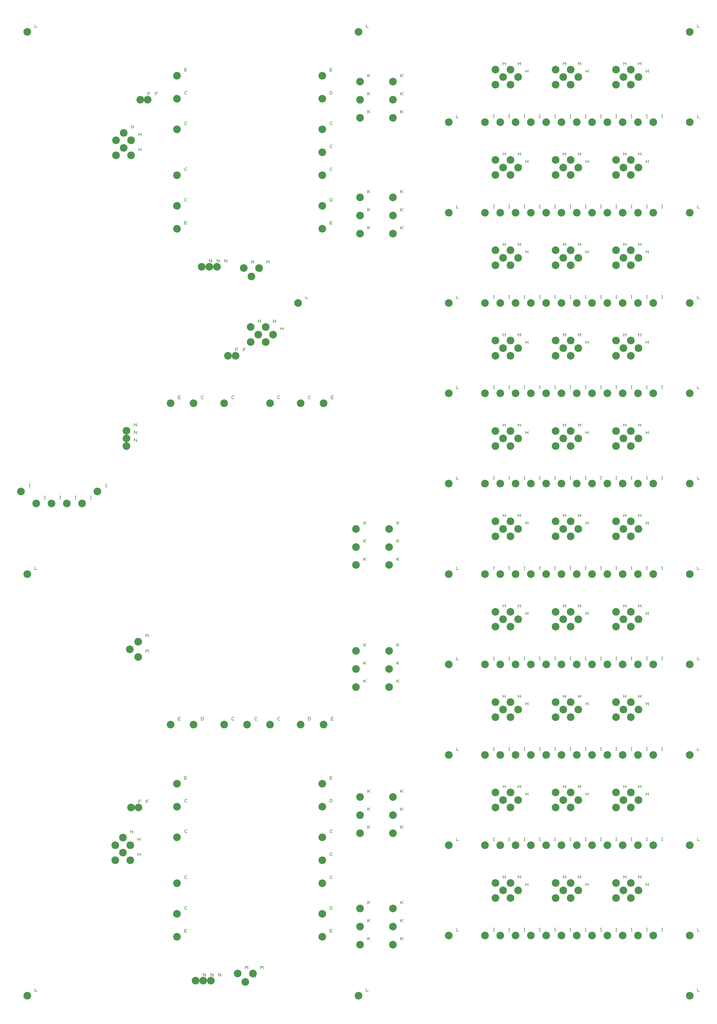
<source format=gbr>
%FSLAX23Y23*%
%MOIN*%
G04 EasyPC Gerber Version 18.0.6 Build 3620 *
%ADD16C,0.00500*%
%ADD15C,0.10000*%
X0Y0D02*
D02*
D15*
X318Y6990D03*
X400Y400D03*
Y5912D03*
Y12998D03*
X518Y6833D03*
X718D03*
X918D03*
X1118D03*
X1318Y6990D03*
X1551Y2171D03*
Y2368D03*
X1561Y11384D03*
Y11581D03*
X1650Y2270D03*
Y2467D03*
X1660Y11482D03*
Y11679D03*
X1699Y7585D03*
Y7685D03*
Y7785D03*
X1741Y4929D03*
X1748Y2171D03*
Y2368D03*
X1758Y11384D03*
Y11581D03*
X1758Y2860D03*
X1853Y4829D03*
Y5029D03*
X1856Y2860D03*
X1877Y12112D03*
X1975D03*
X2274Y3943D03*
Y8143D03*
X2358Y1171D03*
Y1471D03*
Y1871D03*
Y2471D03*
Y2871D03*
Y3171D03*
Y10423D03*
Y10723D03*
Y11123D03*
Y11723D03*
Y12123D03*
Y12423D03*
X2574Y3943D03*
Y8143D03*
X2601Y597D03*
X2680Y9927D03*
X2701Y597D03*
X2780Y9927D03*
X2801Y597D03*
X2880Y9927D03*
X2974Y3943D03*
Y8143D03*
X3026Y8766D03*
X3124D03*
X3152Y692D03*
X3231Y9912D03*
X3252Y580D03*
X3274Y3943D03*
X3321Y8943D03*
Y9140D03*
X3331Y9800D03*
X3352Y692D03*
X3420Y9041D03*
X3431Y9912D03*
X3518Y8943D03*
Y9140D03*
X3574Y3943D03*
Y8143D03*
X3616Y9041D03*
X3943Y9455D03*
X3974Y3943D03*
Y8143D03*
X4258Y1171D03*
Y1471D03*
Y1871D03*
Y2171D03*
Y2471D03*
Y2871D03*
Y3171D03*
Y10423D03*
Y10723D03*
Y11123D03*
Y11423D03*
Y11723D03*
Y12123D03*
Y12423D03*
X4274Y3943D03*
Y8143D03*
X4699Y4435D03*
Y4671D03*
Y4908D03*
Y6030D03*
Y6266D03*
Y6502D03*
X4730Y400D03*
Y12998D03*
X4750Y1069D03*
Y1305D03*
Y1541D03*
Y2526D03*
Y2762D03*
Y2998D03*
Y10360D03*
Y10597D03*
Y10833D03*
Y11876D03*
Y12112D03*
Y12349D03*
X5132Y4435D03*
Y4671D03*
Y4908D03*
Y6030D03*
Y6266D03*
Y6502D03*
X5183Y1069D03*
Y1305D03*
Y1541D03*
Y2526D03*
Y2762D03*
Y2998D03*
Y10360D03*
Y10597D03*
Y10833D03*
Y11876D03*
Y12112D03*
Y12349D03*
X5912Y1187D03*
Y2368D03*
Y3549D03*
Y4730D03*
Y5912D03*
Y7093D03*
Y8274D03*
Y9455D03*
Y10636D03*
Y11817D03*
X6386Y1187D03*
Y2368D03*
Y3549D03*
Y4730D03*
Y5912D03*
Y7093D03*
Y8274D03*
Y9455D03*
Y10636D03*
Y11817D03*
X6522Y1679D03*
Y1876D03*
Y2860D03*
Y3057D03*
Y4041D03*
Y4238D03*
Y5223D03*
Y5419D03*
Y6404D03*
Y6600D03*
Y7585D03*
Y7782D03*
Y8766D03*
Y8963D03*
Y9947D03*
Y10144D03*
Y11128D03*
Y11325D03*
Y12309D03*
Y12506D03*
X6586Y1187D03*
Y2368D03*
Y3549D03*
Y4730D03*
Y5912D03*
Y7093D03*
Y8274D03*
Y9455D03*
Y10636D03*
Y11817D03*
X6620Y1778D03*
Y2959D03*
Y4140D03*
Y5321D03*
Y6502D03*
Y7683D03*
Y8864D03*
Y10045D03*
Y11226D03*
Y12408D03*
X6719Y1679D03*
Y1876D03*
Y2860D03*
Y3057D03*
Y4041D03*
Y4238D03*
Y5223D03*
Y5419D03*
Y6404D03*
Y6600D03*
Y7585D03*
Y7782D03*
Y8766D03*
Y8963D03*
Y9947D03*
Y10144D03*
Y11128D03*
Y11325D03*
Y12309D03*
Y12506D03*
X6786Y1187D03*
Y2368D03*
Y3549D03*
Y4730D03*
Y5912D03*
Y7093D03*
Y8274D03*
Y9455D03*
Y10636D03*
Y11817D03*
X6817Y1778D03*
Y2959D03*
Y4140D03*
Y5321D03*
Y6502D03*
Y7683D03*
Y8864D03*
Y10045D03*
Y11226D03*
Y12408D03*
X6986Y1187D03*
Y2368D03*
Y3549D03*
Y4730D03*
Y5912D03*
Y7093D03*
Y8274D03*
Y9455D03*
Y10636D03*
Y11817D03*
X7186Y1187D03*
Y2368D03*
Y3549D03*
Y4730D03*
Y5912D03*
Y7093D03*
Y8274D03*
Y9455D03*
Y10636D03*
Y11817D03*
X7309Y1679D03*
Y1876D03*
Y2860D03*
Y3057D03*
Y4041D03*
Y4238D03*
Y5223D03*
Y5419D03*
Y6404D03*
Y6600D03*
Y7585D03*
Y7782D03*
Y8766D03*
Y8963D03*
Y9947D03*
Y10144D03*
Y11128D03*
Y11325D03*
Y12309D03*
Y12506D03*
X7386Y1187D03*
Y2368D03*
Y3549D03*
Y4730D03*
Y5912D03*
Y7093D03*
Y8274D03*
Y9455D03*
Y10636D03*
Y11817D03*
X7408Y1778D03*
Y2959D03*
Y4140D03*
Y5321D03*
Y6502D03*
Y7683D03*
Y8864D03*
Y10045D03*
Y11226D03*
Y12408D03*
X7506Y1679D03*
Y1876D03*
Y2860D03*
Y3057D03*
Y4041D03*
Y4238D03*
Y5223D03*
Y5419D03*
Y6404D03*
Y6600D03*
Y7585D03*
Y7782D03*
Y8766D03*
Y8963D03*
Y9947D03*
Y10144D03*
Y11128D03*
Y11325D03*
Y12309D03*
Y12506D03*
X7586Y1187D03*
Y2368D03*
Y3549D03*
Y4730D03*
Y5912D03*
Y7093D03*
Y8274D03*
Y9455D03*
Y10636D03*
Y11817D03*
X7604Y1778D03*
Y2959D03*
Y4140D03*
Y5321D03*
Y6502D03*
Y7683D03*
Y8864D03*
Y10045D03*
Y11226D03*
Y12408D03*
X7786Y1187D03*
Y2368D03*
Y3549D03*
Y4730D03*
Y5912D03*
Y7093D03*
Y8274D03*
Y9455D03*
Y10636D03*
Y11817D03*
X7986Y1187D03*
Y2368D03*
Y3549D03*
Y4730D03*
Y5912D03*
Y7093D03*
Y8274D03*
Y9455D03*
Y10636D03*
Y11817D03*
X8097Y1679D03*
Y1876D03*
Y2860D03*
Y3057D03*
Y4041D03*
Y4238D03*
Y5223D03*
Y5419D03*
Y6404D03*
Y6600D03*
Y7585D03*
Y7782D03*
Y8766D03*
Y8963D03*
Y9947D03*
Y10144D03*
Y11128D03*
Y11325D03*
Y12309D03*
Y12506D03*
X8186Y1187D03*
Y2368D03*
Y3549D03*
Y4730D03*
Y5912D03*
Y7093D03*
Y8274D03*
Y9455D03*
Y10636D03*
Y11817D03*
X8195Y1778D03*
Y2959D03*
Y4140D03*
Y5321D03*
Y6502D03*
Y7683D03*
Y8864D03*
Y10045D03*
Y11226D03*
Y12408D03*
X8293Y1679D03*
Y1876D03*
Y2860D03*
Y3057D03*
Y4041D03*
Y4238D03*
Y5223D03*
Y5419D03*
Y6404D03*
Y6600D03*
Y7585D03*
Y7782D03*
Y8766D03*
Y8963D03*
Y9947D03*
Y10144D03*
Y11128D03*
Y11325D03*
Y12309D03*
Y12506D03*
X8386Y1187D03*
Y2368D03*
Y3549D03*
Y4730D03*
Y5912D03*
Y7093D03*
Y8274D03*
Y9455D03*
Y10636D03*
Y11817D03*
X8392Y1778D03*
Y2959D03*
Y4140D03*
Y5321D03*
Y6502D03*
Y7683D03*
Y8864D03*
Y10045D03*
Y11226D03*
Y12408D03*
X8586Y1187D03*
Y2368D03*
Y3549D03*
Y4730D03*
Y5912D03*
Y7093D03*
Y8274D03*
Y9455D03*
Y10636D03*
Y11817D03*
X9061Y400D03*
Y1187D03*
Y2368D03*
Y3549D03*
Y4730D03*
Y5912D03*
Y7093D03*
Y8274D03*
Y9455D03*
Y10636D03*
Y11817D03*
Y12998D03*
D02*
D16*
X427Y7049D02*
X440D01*
X433D02*
Y7087D01*
X427D02*
X440D01*
X500Y497D02*
Y459D01*
X531*
X500Y6008D02*
Y5971D01*
X531*
X500Y13095D02*
Y13058D01*
X531*
X627Y6892D02*
X640D01*
X633D02*
Y6930D01*
X627D02*
X640D01*
X827Y6892D02*
X840D01*
X833D02*
Y6930D01*
X827D02*
X840D01*
X1027Y6892D02*
X1040D01*
X1033D02*
Y6930D01*
X1027D02*
X1040D01*
X1227Y6892D02*
X1240D01*
X1233D02*
Y6930D01*
X1227D02*
X1240D01*
X1427Y7049D02*
X1440D01*
X1433D02*
Y7087D01*
X1427D02*
X1440D01*
X1651Y2231D02*
Y2268D01*
Y2249D02*
X1683D01*
Y2231D02*
Y2268D01*
X1651Y2428D02*
Y2465D01*
Y2446D02*
X1683D01*
Y2428D02*
Y2465D01*
X1661Y11443D02*
Y11481D01*
Y11462D02*
X1692D01*
Y11443D02*
Y11481D01*
X1661Y11640D02*
Y11678D01*
Y11659D02*
X1692D01*
Y11640D02*
Y11678D01*
X1750Y2329D02*
Y2367D01*
Y2348D02*
X1781D01*
Y2329D02*
Y2367D01*
X1750Y2526D02*
Y2564D01*
Y2545D02*
X1781D01*
Y2526D02*
Y2564D01*
X1760Y11542D02*
Y11579D01*
Y11561D02*
X1791D01*
Y11542D02*
Y11579D01*
X1760Y11739D02*
Y11776D01*
Y11757D02*
X1791D01*
Y11739D02*
Y11776D01*
X1799Y7644D02*
Y7682D01*
X1830Y7644*
Y7682*
X1799Y7744D02*
Y7782D01*
X1830Y7744*
Y7782*
X1799Y7844D02*
Y7882D01*
X1830Y7844*
Y7882*
X1841Y4988D02*
Y5026D01*
X1857Y5007*
X1873Y5026*
Y4988*
X1848Y2231D02*
Y2268D01*
Y2249D02*
X1879D01*
Y2231D02*
Y2268D01*
X1848Y2428D02*
Y2465D01*
Y2446D02*
X1879D01*
Y2428D02*
Y2465D01*
X1858Y11443D02*
Y11481D01*
Y11462D02*
X1889D01*
Y11443D02*
Y11481D01*
X1858Y11640D02*
Y11678D01*
Y11659D02*
X1889D01*
Y11640D02*
Y11678D01*
X1858Y2920D02*
Y2957D01*
X1890*
X1883Y2938D02*
X1858D01*
X1953Y4888D02*
Y4926D01*
X1969Y4907*
X1985Y4926*
Y4888*
X1953Y5088D02*
Y5126D01*
X1969Y5107*
X1985Y5126*
Y5088*
X1956Y2920D02*
Y2957D01*
X1988*
X1981Y2938D02*
X1956D01*
X1977Y12172D02*
Y12209D01*
X2008*
X2002Y12190D02*
X1977D01*
X2075Y12172D02*
Y12209D01*
X2106*
X2100Y12190D02*
X2075D01*
X2374Y4002D02*
Y4040D01*
X2405*
X2399Y4021D02*
X2374D01*
Y4002D02*
X2405D01*
X2374Y8202D02*
Y8240D01*
X2405*
X2399Y8221D02*
X2374D01*
Y8202D02*
X2405D01*
X2458Y1231D02*
Y1268D01*
X2489*
X2483Y1249D02*
X2458D01*
Y1231D02*
X2489D01*
Y1537D02*
X2486Y1534D01*
X2480Y1531*
X2470*
X2464Y1534*
X2461Y1537*
X2458Y1543*
Y1556*
X2461Y1562*
X2464Y1565*
X2470Y1568*
X2480*
X2486Y1565*
X2489Y1562*
Y1937D02*
X2486Y1934D01*
X2480Y1931*
X2470*
X2464Y1934*
X2461Y1937*
X2458Y1943*
Y1956*
X2461Y1962*
X2464Y1965*
X2470Y1968*
X2480*
X2486Y1965*
X2489Y1962*
Y2537D02*
X2486Y2534D01*
X2480Y2531*
X2470*
X2464Y2534*
X2461Y2537*
X2458Y2543*
Y2556*
X2461Y2562*
X2464Y2565*
X2470Y2568*
X2480*
X2486Y2565*
X2489Y2562*
Y2937D02*
X2486Y2934D01*
X2480Y2931*
X2470*
X2464Y2934*
X2461Y2937*
X2458Y2943*
Y2956*
X2461Y2962*
X2464Y2965*
X2470Y2968*
X2480*
X2486Y2965*
X2489Y2962*
X2458Y3231D02*
Y3268D01*
X2489*
X2483Y3249D02*
X2458D01*
Y3231D02*
X2489D01*
X2458Y10483D02*
Y10520D01*
X2489*
X2483Y10501D02*
X2458D01*
Y10483D02*
X2489D01*
Y10789D02*
X2486Y10786D01*
X2480Y10783*
X2470*
X2464Y10786*
X2461Y10789*
X2458Y10795*
Y10808*
X2461Y10814*
X2464Y10817*
X2470Y10820*
X2480*
X2486Y10817*
X2489Y10814*
Y11189D02*
X2486Y11186D01*
X2480Y11183*
X2470*
X2464Y11186*
X2461Y11189*
X2458Y11195*
Y11208*
X2461Y11214*
X2464Y11217*
X2470Y11220*
X2480*
X2486Y11217*
X2489Y11214*
Y11789D02*
X2486Y11786D01*
X2480Y11783*
X2470*
X2464Y11786*
X2461Y11789*
X2458Y11795*
Y11808*
X2461Y11814*
X2464Y11817*
X2470Y11820*
X2480*
X2486Y11817*
X2489Y11814*
Y12189D02*
X2486Y12186D01*
X2480Y12183*
X2470*
X2464Y12186*
X2461Y12189*
X2458Y12195*
Y12208*
X2461Y12214*
X2464Y12217*
X2470Y12220*
X2480*
X2486Y12217*
X2489Y12214*
X2458Y12483D02*
Y12520D01*
X2489*
X2483Y12501D02*
X2458D01*
Y12483D02*
X2489D01*
X2674Y4002D02*
Y4040D01*
X2692*
X2699Y4037*
X2702Y4034*
X2705Y4027*
Y4015*
X2702Y4009*
X2699Y4006*
X2692Y4002*
X2674*
X2705Y8209D02*
X2702Y8206D01*
X2696Y8202*
X2686*
X2680Y8206*
X2677Y8209*
X2674Y8215*
Y8227*
X2677Y8234*
X2680Y8237*
X2686Y8240*
X2696*
X2702Y8237*
X2705Y8234*
X2701Y656D02*
Y693D01*
X2733Y656*
Y693*
X2780Y9987D02*
Y10024D01*
X2811Y9987*
Y10024*
X2801Y656D02*
Y693D01*
X2833Y656*
Y693*
X2880Y9987D02*
Y10024D01*
X2911Y9987*
Y10024*
X2901Y656D02*
Y693D01*
X2933Y656*
Y693*
X2980Y9987D02*
Y10024D01*
X3011Y9987*
Y10024*
X3105Y4009D02*
X3102Y4006D01*
X3096Y4002*
X3086*
X3080Y4006*
X3077Y4009*
X3074Y4015*
Y4027*
X3077Y4034*
X3080Y4037*
X3086Y4040*
X3096*
X3102Y4037*
X3105Y4034*
Y8209D02*
X3102Y8206D01*
X3096Y8202*
X3086*
X3080Y8206*
X3077Y8209*
X3074Y8215*
Y8227*
X3077Y8234*
X3080Y8237*
X3086Y8240*
X3096*
X3102Y8237*
X3105Y8234*
X3126Y8825D02*
Y8863D01*
X3158*
X3151Y8844D02*
X3126D01*
X3224Y8825D02*
Y8863D01*
X3256*
X3249Y8844D02*
X3224D01*
X3252Y751D02*
Y789D01*
X3268Y770*
X3284Y789*
Y751*
X3331Y9971D02*
Y10009D01*
X3347Y9990*
X3362Y10009*
Y9971*
X3352Y639D02*
Y677D01*
X3368Y658*
X3384Y677*
Y639*
X3405Y4009D02*
X3402Y4006D01*
X3396Y4002*
X3386*
X3380Y4006*
X3377Y4009*
X3374Y4015*
Y4027*
X3377Y4034*
X3380Y4037*
X3386Y4040*
X3396*
X3402Y4037*
X3405Y4034*
X3421Y9002D02*
Y9040D01*
Y9021D02*
X3452D01*
Y9002D02*
Y9040D01*
X3421Y9199D02*
Y9237D01*
Y9218D02*
X3452D01*
Y9199D02*
Y9237D01*
X3431Y9859D02*
Y9897D01*
X3447Y9878*
X3462Y9897*
Y9859*
X3452Y751D02*
Y789D01*
X3468Y770*
X3484Y789*
Y751*
X3520Y9101D02*
Y9138D01*
Y9120D02*
X3551D01*
Y9101D02*
Y9138D01*
X3531Y9971D02*
Y10009D01*
X3547Y9990*
X3562Y10009*
Y9971*
X3618Y9002D02*
Y9040D01*
Y9021D02*
X3649D01*
Y9002D02*
Y9040D01*
X3618Y9199D02*
Y9237D01*
Y9218D02*
X3649D01*
Y9199D02*
Y9237D01*
X3705Y4009D02*
X3702Y4006D01*
X3696Y4002*
X3686*
X3680Y4006*
X3677Y4009*
X3674Y4015*
Y4027*
X3677Y4034*
X3680Y4037*
X3686Y4040*
X3696*
X3702Y4037*
X3705Y4034*
Y8209D02*
X3702Y8206D01*
X3696Y8202*
X3686*
X3680Y8206*
X3677Y8209*
X3674Y8215*
Y8227*
X3677Y8234*
X3680Y8237*
X3686Y8240*
X3696*
X3702Y8237*
X3705Y8234*
X3716Y9101D02*
Y9138D01*
Y9120D02*
X3748D01*
Y9101D02*
Y9138D01*
X4043Y9552D02*
Y9514D01*
X4074*
X4074Y4002D02*
Y4040D01*
X4092*
X4099Y4037*
X4102Y4034*
X4105Y4027*
Y4015*
X4102Y4009*
X4099Y4006*
X4092Y4002*
X4074*
X4105Y8209D02*
X4102Y8206D01*
X4096Y8202*
X4086*
X4080Y8206*
X4077Y8209*
X4074Y8215*
Y8227*
X4077Y8234*
X4080Y8237*
X4086Y8240*
X4096*
X4102Y8237*
X4105Y8234*
X4358Y1231D02*
Y1268D01*
X4389*
X4383Y1249D02*
X4358D01*
Y1231D02*
X4389D01*
X4358Y1531D02*
Y1568D01*
X4377*
X4383Y1565*
X4386Y1562*
X4389Y1556*
Y1543*
X4386Y1537*
X4383Y1534*
X4377Y1531*
X4358*
X4389Y1937D02*
X4386Y1934D01*
X4380Y1931*
X4370*
X4364Y1934*
X4361Y1937*
X4358Y1943*
Y1956*
X4361Y1962*
X4364Y1965*
X4370Y1968*
X4380*
X4386Y1965*
X4389Y1962*
Y2237D02*
X4386Y2234D01*
X4380Y2231*
X4370*
X4364Y2234*
X4361Y2237*
X4358Y2243*
Y2256*
X4361Y2262*
X4364Y2265*
X4370Y2268*
X4380*
X4386Y2265*
X4389Y2262*
Y2537D02*
X4386Y2534D01*
X4380Y2531*
X4370*
X4364Y2534*
X4361Y2537*
X4358Y2543*
Y2556*
X4361Y2562*
X4364Y2565*
X4370Y2568*
X4380*
X4386Y2565*
X4389Y2562*
X4358Y2931D02*
Y2968D01*
X4377*
X4383Y2965*
X4386Y2962*
X4389Y2956*
Y2943*
X4386Y2937*
X4383Y2934*
X4377Y2931*
X4358*
Y3231D02*
Y3268D01*
X4389*
X4383Y3249D02*
X4358D01*
Y3231D02*
X4389D01*
X4358Y10483D02*
Y10520D01*
X4389*
X4383Y10501D02*
X4358D01*
Y10483D02*
X4389D01*
X4358Y10783D02*
Y10820D01*
X4377*
X4383Y10817*
X4386Y10814*
X4389Y10808*
Y10795*
X4386Y10789*
X4383Y10786*
X4377Y10783*
X4358*
X4389Y11189D02*
X4386Y11186D01*
X4380Y11183*
X4370*
X4364Y11186*
X4361Y11189*
X4358Y11195*
Y11208*
X4361Y11214*
X4364Y11217*
X4370Y11220*
X4380*
X4386Y11217*
X4389Y11214*
Y11489D02*
X4386Y11486D01*
X4380Y11483*
X4370*
X4364Y11486*
X4361Y11489*
X4358Y11495*
Y11508*
X4361Y11514*
X4364Y11517*
X4370Y11520*
X4380*
X4386Y11517*
X4389Y11514*
Y11789D02*
X4386Y11786D01*
X4380Y11783*
X4370*
X4364Y11786*
X4361Y11789*
X4358Y11795*
Y11808*
X4361Y11814*
X4364Y11817*
X4370Y11820*
X4380*
X4386Y11817*
X4389Y11814*
X4358Y12183D02*
Y12220D01*
X4377*
X4383Y12217*
X4386Y12214*
X4389Y12208*
Y12195*
X4386Y12189*
X4383Y12186*
X4377Y12183*
X4358*
Y12483D02*
Y12520D01*
X4389*
X4383Y12501D02*
X4358D01*
Y12483D02*
X4389D01*
X4374Y4002D02*
Y4040D01*
X4405*
X4399Y4021D02*
X4374D01*
Y4002D02*
X4405D01*
X4374Y8202D02*
Y8240D01*
X4405*
X4399Y8221D02*
X4374D01*
Y8202D02*
X4405D01*
X4799Y4495D02*
Y4532D01*
Y4513D02*
X4808D01*
X4830Y4532*
X4808Y4513D02*
X4830Y4495D01*
X4799Y4731D02*
Y4768D01*
Y4749D02*
X4808D01*
X4830Y4768*
X4808Y4749D02*
X4830Y4731D01*
X4799Y4967D02*
Y5004D01*
Y4986D02*
X4808D01*
X4830Y5004*
X4808Y4986D02*
X4830Y4967D01*
X4799Y6089D02*
Y6126D01*
Y6108D02*
X4808D01*
X4830Y6126*
X4808Y6108D02*
X4830Y6089D01*
X4799Y6325D02*
Y6363D01*
Y6344D02*
X4808D01*
X4830Y6363*
X4808Y6344D02*
X4830Y6325D01*
X4799Y6561D02*
Y6599D01*
Y6580D02*
X4808D01*
X4830Y6599*
X4808Y6580D02*
X4830Y6561D01*
X4830Y497D02*
Y459D01*
X4862*
X4830Y13095D02*
Y13058D01*
X4862*
X4850Y1128D02*
Y1166D01*
Y1147D02*
X4859D01*
X4881Y1166*
X4859Y1147D02*
X4881Y1128D01*
X4850Y1365D02*
Y1402D01*
Y1383D02*
X4859D01*
X4881Y1402*
X4859Y1383D02*
X4881Y1365D01*
X4850Y1601D02*
Y1638D01*
Y1620D02*
X4859D01*
X4881Y1638*
X4859Y1620D02*
X4881Y1601D01*
X4850Y2585D02*
Y2623D01*
Y2604D02*
X4859D01*
X4881Y2623*
X4859Y2604D02*
X4881Y2585D01*
X4850Y2821D02*
Y2859D01*
Y2840D02*
X4859D01*
X4881Y2859*
X4859Y2840D02*
X4881Y2821D01*
X4850Y3058D02*
Y3095D01*
Y3076D02*
X4859D01*
X4881Y3095*
X4859Y3076D02*
X4881Y3058D01*
X4850Y10420D02*
Y10457D01*
Y10438D02*
X4859D01*
X4881Y10457*
X4859Y10438D02*
X4881Y10420D01*
X4850Y10656D02*
Y10693D01*
Y10675D02*
X4859D01*
X4881Y10693*
X4859Y10675D02*
X4881Y10656D01*
X4850Y10892D02*
Y10930D01*
Y10911D02*
X4859D01*
X4881Y10930*
X4859Y10911D02*
X4881Y10892D01*
X4850Y11935D02*
Y11973D01*
Y11954D02*
X4859D01*
X4881Y11973*
X4859Y11954D02*
X4881Y11935D01*
X4850Y12172D02*
Y12209D01*
Y12190D02*
X4859D01*
X4881Y12209*
X4859Y12190D02*
X4881Y12172D01*
X4850Y12408D02*
Y12445D01*
Y12427D02*
X4859D01*
X4881Y12445*
X4859Y12427D02*
X4881Y12408D01*
X5232Y4495D02*
Y4532D01*
Y4513D02*
X5242D01*
X5263Y4532*
X5242Y4513D02*
X5263Y4495D01*
X5232Y4731D02*
Y4768D01*
Y4749D02*
X5242D01*
X5263Y4768*
X5242Y4749D02*
X5263Y4731D01*
X5232Y4967D02*
Y5004D01*
Y4986D02*
X5242D01*
X5263Y5004*
X5242Y4986D02*
X5263Y4967D01*
X5232Y6089D02*
Y6126D01*
Y6108D02*
X5242D01*
X5263Y6126*
X5242Y6108D02*
X5263Y6089D01*
X5232Y6325D02*
Y6363D01*
Y6344D02*
X5242D01*
X5263Y6363*
X5242Y6344D02*
X5263Y6325D01*
X5232Y6561D02*
Y6599D01*
Y6580D02*
X5242D01*
X5263Y6599*
X5242Y6580D02*
X5263Y6561D01*
X5283Y1128D02*
Y1166D01*
Y1147D02*
X5293D01*
X5314Y1166*
X5293Y1147D02*
X5314Y1128D01*
X5283Y1365D02*
Y1402D01*
Y1383D02*
X5293D01*
X5314Y1402*
X5293Y1383D02*
X5314Y1365D01*
X5283Y1601D02*
Y1638D01*
Y1620D02*
X5293D01*
X5314Y1638*
X5293Y1620D02*
X5314Y1601D01*
X5283Y2585D02*
Y2623D01*
Y2604D02*
X5293D01*
X5314Y2623*
X5293Y2604D02*
X5314Y2585D01*
X5283Y2821D02*
Y2859D01*
Y2840D02*
X5293D01*
X5314Y2859*
X5293Y2840D02*
X5314Y2821D01*
X5283Y3058D02*
Y3095D01*
Y3076D02*
X5293D01*
X5314Y3095*
X5293Y3076D02*
X5314Y3058D01*
X5283Y10420D02*
Y10457D01*
Y10438D02*
X5293D01*
X5314Y10457*
X5293Y10438D02*
X5314Y10420D01*
X5283Y10656D02*
Y10693D01*
Y10675D02*
X5293D01*
X5314Y10693*
X5293Y10675D02*
X5314Y10656D01*
X5283Y10892D02*
Y10930D01*
Y10911D02*
X5293D01*
X5314Y10930*
X5293Y10911D02*
X5314Y10892D01*
X5283Y11935D02*
Y11973D01*
Y11954D02*
X5293D01*
X5314Y11973*
X5293Y11954D02*
X5314Y11935D01*
X5283Y12172D02*
Y12209D01*
Y12190D02*
X5293D01*
X5314Y12209*
X5293Y12190D02*
X5314Y12172D01*
X5283Y12408D02*
Y12445D01*
Y12427D02*
X5293D01*
X5314Y12445*
X5293Y12427D02*
X5314Y12408D01*
X6012Y1284D02*
Y1246D01*
X6043*
X6012Y2465D02*
Y2428D01*
X6043*
X6012Y3646D02*
Y3609D01*
X6043*
X6012Y4827D02*
Y4790D01*
X6043*
X6012Y6008D02*
Y5971D01*
X6043*
X6012Y7189D02*
Y7152D01*
X6043*
X6012Y8371D02*
Y8333D01*
X6043*
X6012Y9552D02*
Y9514D01*
X6043*
X6012Y10733D02*
Y10695D01*
X6043*
X6012Y11914D02*
Y11876D01*
X6043*
X6496Y1246D02*
X6508D01*
X6502D02*
Y1284D01*
X6496D02*
X6508D01*
X6496Y2428D02*
X6508D01*
X6502D02*
Y2465D01*
X6496D02*
X6508D01*
X6496Y3609D02*
X6508D01*
X6502D02*
Y3646D01*
X6496D02*
X6508D01*
X6496Y4790D02*
X6508D01*
X6502D02*
Y4827D01*
X6496D02*
X6508D01*
X6496Y5971D02*
X6508D01*
X6502D02*
Y6008D01*
X6496D02*
X6508D01*
X6496Y7152D02*
X6508D01*
X6502D02*
Y7189D01*
X6496D02*
X6508D01*
X6496Y8333D02*
X6508D01*
X6502D02*
Y8371D01*
X6496D02*
X6508D01*
X6496Y9514D02*
X6508D01*
X6502D02*
Y9552D01*
X6496D02*
X6508D01*
X6496Y10695D02*
X6508D01*
X6502D02*
Y10733D01*
X6496D02*
X6508D01*
X6496Y11876D02*
X6508D01*
X6502D02*
Y11914D01*
X6496D02*
X6508D01*
X6622Y1739D02*
Y1776D01*
Y1757D02*
X6653D01*
Y1739D02*
Y1776D01*
X6622Y1935D02*
Y1973D01*
Y1954D02*
X6653D01*
Y1935D02*
Y1973D01*
X6622Y2920D02*
Y2957D01*
Y2938D02*
X6653D01*
Y2920D02*
Y2957D01*
X6622Y3117D02*
Y3154D01*
Y3135D02*
X6653D01*
Y3117D02*
Y3154D01*
X6622Y4101D02*
Y4138D01*
Y4120D02*
X6653D01*
Y4101D02*
Y4138D01*
X6622Y4298D02*
Y4335D01*
Y4316D02*
X6653D01*
Y4298D02*
Y4335D01*
X6622Y5282D02*
Y5319D01*
Y5301D02*
X6653D01*
Y5282D02*
Y5319D01*
X6622Y5479D02*
Y5516D01*
Y5498D02*
X6653D01*
Y5479D02*
Y5516D01*
X6622Y6463D02*
Y6501D01*
Y6482D02*
X6653D01*
Y6463D02*
Y6501D01*
X6622Y6660D02*
Y6697D01*
Y6679D02*
X6653D01*
Y6660D02*
Y6697D01*
X6622Y7644D02*
Y7682D01*
Y7663D02*
X6653D01*
Y7644D02*
Y7682D01*
X6622Y7841D02*
Y7878D01*
Y7860D02*
X6653D01*
Y7841D02*
Y7878D01*
X6622Y8825D02*
Y8863D01*
Y8844D02*
X6653D01*
Y8825D02*
Y8863D01*
X6622Y9022D02*
Y9060D01*
Y9041D02*
X6653D01*
Y9022D02*
Y9060D01*
X6622Y10006D02*
Y10044D01*
Y10025D02*
X6653D01*
Y10006D02*
Y10044D01*
X6622Y10203D02*
Y10241D01*
Y10222D02*
X6653D01*
Y10203D02*
Y10241D01*
X6622Y11187D02*
Y11225D01*
Y11206D02*
X6653D01*
Y11187D02*
Y11225D01*
X6622Y11384D02*
Y11422D01*
Y11403D02*
X6653D01*
Y11384D02*
Y11422D01*
X6622Y12369D02*
Y12406D01*
Y12387D02*
X6653D01*
Y12369D02*
Y12406D01*
X6622Y12565D02*
Y12603D01*
Y12584D02*
X6653D01*
Y12565D02*
Y12603D01*
X6696Y1246D02*
X6708D01*
X6702D02*
Y1284D01*
X6696D02*
X6708D01*
X6696Y2428D02*
X6708D01*
X6702D02*
Y2465D01*
X6696D02*
X6708D01*
X6696Y3609D02*
X6708D01*
X6702D02*
Y3646D01*
X6696D02*
X6708D01*
X6696Y4790D02*
X6708D01*
X6702D02*
Y4827D01*
X6696D02*
X6708D01*
X6696Y5971D02*
X6708D01*
X6702D02*
Y6008D01*
X6696D02*
X6708D01*
X6696Y7152D02*
X6708D01*
X6702D02*
Y7189D01*
X6696D02*
X6708D01*
X6696Y8333D02*
X6708D01*
X6702D02*
Y8371D01*
X6696D02*
X6708D01*
X6696Y9514D02*
X6708D01*
X6702D02*
Y9552D01*
X6696D02*
X6708D01*
X6696Y10695D02*
X6708D01*
X6702D02*
Y10733D01*
X6696D02*
X6708D01*
X6696Y11876D02*
X6708D01*
X6702D02*
Y11914D01*
X6696D02*
X6708D01*
X6720Y1837D02*
Y1875D01*
Y1856D02*
X6751D01*
Y1837D02*
Y1875D01*
X6720Y3018D02*
Y3056D01*
Y3037D02*
X6751D01*
Y3018D02*
Y3056D01*
X6720Y4199D02*
Y4237D01*
Y4218D02*
X6751D01*
Y4199D02*
Y4237D01*
X6720Y5380D02*
Y5418D01*
Y5399D02*
X6751D01*
Y5380D02*
Y5418D01*
X6720Y6561D02*
Y6599D01*
Y6580D02*
X6751D01*
Y6561D02*
Y6599D01*
X6720Y7743D02*
Y7780D01*
Y7761D02*
X6751D01*
Y7743D02*
Y7780D01*
X6720Y8924D02*
Y8961D01*
Y8942D02*
X6751D01*
Y8924D02*
Y8961D01*
X6720Y10105D02*
Y10142D01*
Y10123D02*
X6751D01*
Y10105D02*
Y10142D01*
X6720Y11286D02*
Y11323D01*
Y11305D02*
X6751D01*
Y11286D02*
Y11323D01*
X6720Y12467D02*
Y12504D01*
Y12486D02*
X6751D01*
Y12467D02*
Y12504D01*
X6819Y1739D02*
Y1776D01*
Y1757D02*
X6850D01*
Y1739D02*
Y1776D01*
X6819Y1935D02*
Y1973D01*
Y1954D02*
X6850D01*
Y1935D02*
Y1973D01*
X6819Y2920D02*
Y2957D01*
Y2938D02*
X6850D01*
Y2920D02*
Y2957D01*
X6819Y3117D02*
Y3154D01*
Y3135D02*
X6850D01*
Y3117D02*
Y3154D01*
X6819Y4101D02*
Y4138D01*
Y4120D02*
X6850D01*
Y4101D02*
Y4138D01*
X6819Y4298D02*
Y4335D01*
Y4316D02*
X6850D01*
Y4298D02*
Y4335D01*
X6819Y5282D02*
Y5319D01*
Y5301D02*
X6850D01*
Y5282D02*
Y5319D01*
X6819Y5479D02*
Y5516D01*
Y5498D02*
X6850D01*
Y5479D02*
Y5516D01*
X6819Y6463D02*
Y6501D01*
Y6482D02*
X6850D01*
Y6463D02*
Y6501D01*
X6819Y6660D02*
Y6697D01*
Y6679D02*
X6850D01*
Y6660D02*
Y6697D01*
X6819Y7644D02*
Y7682D01*
Y7663D02*
X6850D01*
Y7644D02*
Y7682D01*
X6819Y7841D02*
Y7878D01*
Y7860D02*
X6850D01*
Y7841D02*
Y7878D01*
X6819Y8825D02*
Y8863D01*
Y8844D02*
X6850D01*
Y8825D02*
Y8863D01*
X6819Y9022D02*
Y9060D01*
Y9041D02*
X6850D01*
Y9022D02*
Y9060D01*
X6819Y10006D02*
Y10044D01*
Y10025D02*
X6850D01*
Y10006D02*
Y10044D01*
X6819Y10203D02*
Y10241D01*
Y10222D02*
X6850D01*
Y10203D02*
Y10241D01*
X6819Y11187D02*
Y11225D01*
Y11206D02*
X6850D01*
Y11187D02*
Y11225D01*
X6819Y11384D02*
Y11422D01*
Y11403D02*
X6850D01*
Y11384D02*
Y11422D01*
X6819Y12369D02*
Y12406D01*
Y12387D02*
X6850D01*
Y12369D02*
Y12406D01*
X6819Y12565D02*
Y12603D01*
Y12584D02*
X6850D01*
Y12565D02*
Y12603D01*
X6896Y1246D02*
X6908D01*
X6902D02*
Y1284D01*
X6896D02*
X6908D01*
X6896Y2428D02*
X6908D01*
X6902D02*
Y2465D01*
X6896D02*
X6908D01*
X6896Y3609D02*
X6908D01*
X6902D02*
Y3646D01*
X6896D02*
X6908D01*
X6896Y4790D02*
X6908D01*
X6902D02*
Y4827D01*
X6896D02*
X6908D01*
X6896Y5971D02*
X6908D01*
X6902D02*
Y6008D01*
X6896D02*
X6908D01*
X6896Y7152D02*
X6908D01*
X6902D02*
Y7189D01*
X6896D02*
X6908D01*
X6896Y8333D02*
X6908D01*
X6902D02*
Y8371D01*
X6896D02*
X6908D01*
X6896Y9514D02*
X6908D01*
X6902D02*
Y9552D01*
X6896D02*
X6908D01*
X6896Y10695D02*
X6908D01*
X6902D02*
Y10733D01*
X6896D02*
X6908D01*
X6896Y11876D02*
X6908D01*
X6902D02*
Y11914D01*
X6896D02*
X6908D01*
X6917Y1837D02*
Y1875D01*
Y1856D02*
X6948D01*
Y1837D02*
Y1875D01*
X6917Y3018D02*
Y3056D01*
Y3037D02*
X6948D01*
Y3018D02*
Y3056D01*
X6917Y4199D02*
Y4237D01*
Y4218D02*
X6948D01*
Y4199D02*
Y4237D01*
X6917Y5380D02*
Y5418D01*
Y5399D02*
X6948D01*
Y5380D02*
Y5418D01*
X6917Y6561D02*
Y6599D01*
Y6580D02*
X6948D01*
Y6561D02*
Y6599D01*
X6917Y7743D02*
Y7780D01*
Y7761D02*
X6948D01*
Y7743D02*
Y7780D01*
X6917Y8924D02*
Y8961D01*
Y8942D02*
X6948D01*
Y8924D02*
Y8961D01*
X6917Y10105D02*
Y10142D01*
Y10123D02*
X6948D01*
Y10105D02*
Y10142D01*
X6917Y11286D02*
Y11323D01*
Y11305D02*
X6948D01*
Y11286D02*
Y11323D01*
X6917Y12467D02*
Y12504D01*
Y12486D02*
X6948D01*
Y12467D02*
Y12504D01*
X7096Y1246D02*
X7108D01*
X7102D02*
Y1284D01*
X7096D02*
X7108D01*
X7096Y2428D02*
X7108D01*
X7102D02*
Y2465D01*
X7096D02*
X7108D01*
X7096Y3609D02*
X7108D01*
X7102D02*
Y3646D01*
X7096D02*
X7108D01*
X7096Y4790D02*
X7108D01*
X7102D02*
Y4827D01*
X7096D02*
X7108D01*
X7096Y5971D02*
X7108D01*
X7102D02*
Y6008D01*
X7096D02*
X7108D01*
X7096Y7152D02*
X7108D01*
X7102D02*
Y7189D01*
X7096D02*
X7108D01*
X7096Y8333D02*
X7108D01*
X7102D02*
Y8371D01*
X7096D02*
X7108D01*
X7096Y9514D02*
X7108D01*
X7102D02*
Y9552D01*
X7096D02*
X7108D01*
X7096Y10695D02*
X7108D01*
X7102D02*
Y10733D01*
X7096D02*
X7108D01*
X7096Y11876D02*
X7108D01*
X7102D02*
Y11914D01*
X7096D02*
X7108D01*
X7296Y1246D02*
X7308D01*
X7302D02*
Y1284D01*
X7296D02*
X7308D01*
X7296Y2428D02*
X7308D01*
X7302D02*
Y2465D01*
X7296D02*
X7308D01*
X7296Y3609D02*
X7308D01*
X7302D02*
Y3646D01*
X7296D02*
X7308D01*
X7296Y4790D02*
X7308D01*
X7302D02*
Y4827D01*
X7296D02*
X7308D01*
X7296Y5971D02*
X7308D01*
X7302D02*
Y6008D01*
X7296D02*
X7308D01*
X7296Y7152D02*
X7308D01*
X7302D02*
Y7189D01*
X7296D02*
X7308D01*
X7296Y8333D02*
X7308D01*
X7302D02*
Y8371D01*
X7296D02*
X7308D01*
X7296Y9514D02*
X7308D01*
X7302D02*
Y9552D01*
X7296D02*
X7308D01*
X7296Y10695D02*
X7308D01*
X7302D02*
Y10733D01*
X7296D02*
X7308D01*
X7296Y11876D02*
X7308D01*
X7302D02*
Y11914D01*
X7296D02*
X7308D01*
X7409Y1739D02*
Y1776D01*
Y1757D02*
X7440D01*
Y1739D02*
Y1776D01*
X7409Y1935D02*
Y1973D01*
Y1954D02*
X7440D01*
Y1935D02*
Y1973D01*
X7409Y2920D02*
Y2957D01*
Y2938D02*
X7440D01*
Y2920D02*
Y2957D01*
X7409Y3117D02*
Y3154D01*
Y3135D02*
X7440D01*
Y3117D02*
Y3154D01*
X7409Y4101D02*
Y4138D01*
Y4120D02*
X7440D01*
Y4101D02*
Y4138D01*
X7409Y4298D02*
Y4335D01*
Y4316D02*
X7440D01*
Y4298D02*
Y4335D01*
X7409Y5282D02*
Y5319D01*
Y5301D02*
X7440D01*
Y5282D02*
Y5319D01*
X7409Y5479D02*
Y5516D01*
Y5498D02*
X7440D01*
Y5479D02*
Y5516D01*
X7409Y6463D02*
Y6501D01*
Y6482D02*
X7440D01*
Y6463D02*
Y6501D01*
X7409Y6660D02*
Y6697D01*
Y6679D02*
X7440D01*
Y6660D02*
Y6697D01*
X7409Y7644D02*
Y7682D01*
Y7663D02*
X7440D01*
Y7644D02*
Y7682D01*
X7409Y7841D02*
Y7878D01*
Y7860D02*
X7440D01*
Y7841D02*
Y7878D01*
X7409Y8825D02*
Y8863D01*
Y8844D02*
X7440D01*
Y8825D02*
Y8863D01*
X7409Y9022D02*
Y9060D01*
Y9041D02*
X7440D01*
Y9022D02*
Y9060D01*
X7409Y10006D02*
Y10044D01*
Y10025D02*
X7440D01*
Y10006D02*
Y10044D01*
X7409Y10203D02*
Y10241D01*
Y10222D02*
X7440D01*
Y10203D02*
Y10241D01*
X7409Y11187D02*
Y11225D01*
Y11206D02*
X7440D01*
Y11187D02*
Y11225D01*
X7409Y11384D02*
Y11422D01*
Y11403D02*
X7440D01*
Y11384D02*
Y11422D01*
X7409Y12369D02*
Y12406D01*
Y12387D02*
X7440D01*
Y12369D02*
Y12406D01*
X7409Y12565D02*
Y12603D01*
Y12584D02*
X7440D01*
Y12565D02*
Y12603D01*
X7496Y1246D02*
X7508D01*
X7502D02*
Y1284D01*
X7496D02*
X7508D01*
X7496Y2428D02*
X7508D01*
X7502D02*
Y2465D01*
X7496D02*
X7508D01*
X7496Y3609D02*
X7508D01*
X7502D02*
Y3646D01*
X7496D02*
X7508D01*
X7496Y4790D02*
X7508D01*
X7502D02*
Y4827D01*
X7496D02*
X7508D01*
X7496Y5971D02*
X7508D01*
X7502D02*
Y6008D01*
X7496D02*
X7508D01*
X7496Y7152D02*
X7508D01*
X7502D02*
Y7189D01*
X7496D02*
X7508D01*
X7496Y8333D02*
X7508D01*
X7502D02*
Y8371D01*
X7496D02*
X7508D01*
X7496Y9514D02*
X7508D01*
X7502D02*
Y9552D01*
X7496D02*
X7508D01*
X7496Y10695D02*
X7508D01*
X7502D02*
Y10733D01*
X7496D02*
X7508D01*
X7496Y11876D02*
X7508D01*
X7502D02*
Y11914D01*
X7496D02*
X7508D01*
X7508Y1837D02*
Y1875D01*
Y1856D02*
X7539D01*
Y1837D02*
Y1875D01*
X7508Y3018D02*
Y3056D01*
Y3037D02*
X7539D01*
Y3018D02*
Y3056D01*
X7508Y4199D02*
Y4237D01*
Y4218D02*
X7539D01*
Y4199D02*
Y4237D01*
X7508Y5380D02*
Y5418D01*
Y5399D02*
X7539D01*
Y5380D02*
Y5418D01*
X7508Y6561D02*
Y6599D01*
Y6580D02*
X7539D01*
Y6561D02*
Y6599D01*
X7508Y7743D02*
Y7780D01*
Y7761D02*
X7539D01*
Y7743D02*
Y7780D01*
X7508Y8924D02*
Y8961D01*
Y8942D02*
X7539D01*
Y8924D02*
Y8961D01*
X7508Y10105D02*
Y10142D01*
Y10123D02*
X7539D01*
Y10105D02*
Y10142D01*
X7508Y11286D02*
Y11323D01*
Y11305D02*
X7539D01*
Y11286D02*
Y11323D01*
X7508Y12467D02*
Y12504D01*
Y12486D02*
X7539D01*
Y12467D02*
Y12504D01*
X7606Y1739D02*
Y1776D01*
Y1757D02*
X7637D01*
Y1739D02*
Y1776D01*
X7606Y1935D02*
Y1973D01*
Y1954D02*
X7637D01*
Y1935D02*
Y1973D01*
X7606Y2920D02*
Y2957D01*
Y2938D02*
X7637D01*
Y2920D02*
Y2957D01*
X7606Y3117D02*
Y3154D01*
Y3135D02*
X7637D01*
Y3117D02*
Y3154D01*
X7606Y4101D02*
Y4138D01*
Y4120D02*
X7637D01*
Y4101D02*
Y4138D01*
X7606Y4298D02*
Y4335D01*
Y4316D02*
X7637D01*
Y4298D02*
Y4335D01*
X7606Y5282D02*
Y5319D01*
Y5301D02*
X7637D01*
Y5282D02*
Y5319D01*
X7606Y5479D02*
Y5516D01*
Y5498D02*
X7637D01*
Y5479D02*
Y5516D01*
X7606Y6463D02*
Y6501D01*
Y6482D02*
X7637D01*
Y6463D02*
Y6501D01*
X7606Y6660D02*
Y6697D01*
Y6679D02*
X7637D01*
Y6660D02*
Y6697D01*
X7606Y7644D02*
Y7682D01*
Y7663D02*
X7637D01*
Y7644D02*
Y7682D01*
X7606Y7841D02*
Y7878D01*
Y7860D02*
X7637D01*
Y7841D02*
Y7878D01*
X7606Y8825D02*
Y8863D01*
Y8844D02*
X7637D01*
Y8825D02*
Y8863D01*
X7606Y9022D02*
Y9060D01*
Y9041D02*
X7637D01*
Y9022D02*
Y9060D01*
X7606Y10006D02*
Y10044D01*
Y10025D02*
X7637D01*
Y10006D02*
Y10044D01*
X7606Y10203D02*
Y10241D01*
Y10222D02*
X7637D01*
Y10203D02*
Y10241D01*
X7606Y11187D02*
Y11225D01*
Y11206D02*
X7637D01*
Y11187D02*
Y11225D01*
X7606Y11384D02*
Y11422D01*
Y11403D02*
X7637D01*
Y11384D02*
Y11422D01*
X7606Y12369D02*
Y12406D01*
Y12387D02*
X7637D01*
Y12369D02*
Y12406D01*
X7606Y12565D02*
Y12603D01*
Y12584D02*
X7637D01*
Y12565D02*
Y12603D01*
X7696Y1246D02*
X7708D01*
X7702D02*
Y1284D01*
X7696D02*
X7708D01*
X7696Y2428D02*
X7708D01*
X7702D02*
Y2465D01*
X7696D02*
X7708D01*
X7696Y3609D02*
X7708D01*
X7702D02*
Y3646D01*
X7696D02*
X7708D01*
X7696Y4790D02*
X7708D01*
X7702D02*
Y4827D01*
X7696D02*
X7708D01*
X7696Y5971D02*
X7708D01*
X7702D02*
Y6008D01*
X7696D02*
X7708D01*
X7696Y7152D02*
X7708D01*
X7702D02*
Y7189D01*
X7696D02*
X7708D01*
X7696Y8333D02*
X7708D01*
X7702D02*
Y8371D01*
X7696D02*
X7708D01*
X7696Y9514D02*
X7708D01*
X7702D02*
Y9552D01*
X7696D02*
X7708D01*
X7696Y10695D02*
X7708D01*
X7702D02*
Y10733D01*
X7696D02*
X7708D01*
X7696Y11876D02*
X7708D01*
X7702D02*
Y11914D01*
X7696D02*
X7708D01*
X7704Y1837D02*
Y1875D01*
Y1856D02*
X7736D01*
Y1837D02*
Y1875D01*
X7704Y3018D02*
Y3056D01*
Y3037D02*
X7736D01*
Y3018D02*
Y3056D01*
X7704Y4199D02*
Y4237D01*
Y4218D02*
X7736D01*
Y4199D02*
Y4237D01*
X7704Y5380D02*
Y5418D01*
Y5399D02*
X7736D01*
Y5380D02*
Y5418D01*
X7704Y6561D02*
Y6599D01*
Y6580D02*
X7736D01*
Y6561D02*
Y6599D01*
X7704Y7743D02*
Y7780D01*
Y7761D02*
X7736D01*
Y7743D02*
Y7780D01*
X7704Y8924D02*
Y8961D01*
Y8942D02*
X7736D01*
Y8924D02*
Y8961D01*
X7704Y10105D02*
Y10142D01*
Y10123D02*
X7736D01*
Y10105D02*
Y10142D01*
X7704Y11286D02*
Y11323D01*
Y11305D02*
X7736D01*
Y11286D02*
Y11323D01*
X7704Y12467D02*
Y12504D01*
Y12486D02*
X7736D01*
Y12467D02*
Y12504D01*
X7896Y1246D02*
X7908D01*
X7902D02*
Y1284D01*
X7896D02*
X7908D01*
X7896Y2428D02*
X7908D01*
X7902D02*
Y2465D01*
X7896D02*
X7908D01*
X7896Y3609D02*
X7908D01*
X7902D02*
Y3646D01*
X7896D02*
X7908D01*
X7896Y4790D02*
X7908D01*
X7902D02*
Y4827D01*
X7896D02*
X7908D01*
X7896Y5971D02*
X7908D01*
X7902D02*
Y6008D01*
X7896D02*
X7908D01*
X7896Y7152D02*
X7908D01*
X7902D02*
Y7189D01*
X7896D02*
X7908D01*
X7896Y8333D02*
X7908D01*
X7902D02*
Y8371D01*
X7896D02*
X7908D01*
X7896Y9514D02*
X7908D01*
X7902D02*
Y9552D01*
X7896D02*
X7908D01*
X7896Y10695D02*
X7908D01*
X7902D02*
Y10733D01*
X7896D02*
X7908D01*
X7896Y11876D02*
X7908D01*
X7902D02*
Y11914D01*
X7896D02*
X7908D01*
X8096Y1246D02*
X8108D01*
X8102D02*
Y1284D01*
X8096D02*
X8108D01*
X8096Y2428D02*
X8108D01*
X8102D02*
Y2465D01*
X8096D02*
X8108D01*
X8096Y3609D02*
X8108D01*
X8102D02*
Y3646D01*
X8096D02*
X8108D01*
X8096Y4790D02*
X8108D01*
X8102D02*
Y4827D01*
X8096D02*
X8108D01*
X8096Y5971D02*
X8108D01*
X8102D02*
Y6008D01*
X8096D02*
X8108D01*
X8096Y7152D02*
X8108D01*
X8102D02*
Y7189D01*
X8096D02*
X8108D01*
X8096Y8333D02*
X8108D01*
X8102D02*
Y8371D01*
X8096D02*
X8108D01*
X8096Y9514D02*
X8108D01*
X8102D02*
Y9552D01*
X8096D02*
X8108D01*
X8096Y10695D02*
X8108D01*
X8102D02*
Y10733D01*
X8096D02*
X8108D01*
X8096Y11876D02*
X8108D01*
X8102D02*
Y11914D01*
X8096D02*
X8108D01*
X8197Y1739D02*
Y1776D01*
Y1757D02*
X8228D01*
Y1739D02*
Y1776D01*
X8197Y1935D02*
Y1973D01*
Y1954D02*
X8228D01*
Y1935D02*
Y1973D01*
X8197Y2920D02*
Y2957D01*
Y2938D02*
X8228D01*
Y2920D02*
Y2957D01*
X8197Y3117D02*
Y3154D01*
Y3135D02*
X8228D01*
Y3117D02*
Y3154D01*
X8197Y4101D02*
Y4138D01*
Y4120D02*
X8228D01*
Y4101D02*
Y4138D01*
X8197Y4298D02*
Y4335D01*
Y4316D02*
X8228D01*
Y4298D02*
Y4335D01*
X8197Y5282D02*
Y5319D01*
Y5301D02*
X8228D01*
Y5282D02*
Y5319D01*
X8197Y5479D02*
Y5516D01*
Y5498D02*
X8228D01*
Y5479D02*
Y5516D01*
X8197Y6463D02*
Y6501D01*
Y6482D02*
X8228D01*
Y6463D02*
Y6501D01*
X8197Y6660D02*
Y6697D01*
Y6679D02*
X8228D01*
Y6660D02*
Y6697D01*
X8197Y7644D02*
Y7682D01*
Y7663D02*
X8228D01*
Y7644D02*
Y7682D01*
X8197Y7841D02*
Y7878D01*
Y7860D02*
X8228D01*
Y7841D02*
Y7878D01*
X8197Y8825D02*
Y8863D01*
Y8844D02*
X8228D01*
Y8825D02*
Y8863D01*
X8197Y9022D02*
Y9060D01*
Y9041D02*
X8228D01*
Y9022D02*
Y9060D01*
X8197Y10006D02*
Y10044D01*
Y10025D02*
X8228D01*
Y10006D02*
Y10044D01*
X8197Y10203D02*
Y10241D01*
Y10222D02*
X8228D01*
Y10203D02*
Y10241D01*
X8197Y11187D02*
Y11225D01*
Y11206D02*
X8228D01*
Y11187D02*
Y11225D01*
X8197Y11384D02*
Y11422D01*
Y11403D02*
X8228D01*
Y11384D02*
Y11422D01*
X8197Y12369D02*
Y12406D01*
Y12387D02*
X8228D01*
Y12369D02*
Y12406D01*
X8197Y12565D02*
Y12603D01*
Y12584D02*
X8228D01*
Y12565D02*
Y12603D01*
X8296Y1246D02*
X8308D01*
X8302D02*
Y1284D01*
X8296D02*
X8308D01*
X8296Y2428D02*
X8308D01*
X8302D02*
Y2465D01*
X8296D02*
X8308D01*
X8296Y3609D02*
X8308D01*
X8302D02*
Y3646D01*
X8296D02*
X8308D01*
X8296Y4790D02*
X8308D01*
X8302D02*
Y4827D01*
X8296D02*
X8308D01*
X8296Y5971D02*
X8308D01*
X8302D02*
Y6008D01*
X8296D02*
X8308D01*
X8296Y7152D02*
X8308D01*
X8302D02*
Y7189D01*
X8296D02*
X8308D01*
X8296Y8333D02*
X8308D01*
X8302D02*
Y8371D01*
X8296D02*
X8308D01*
X8296Y9514D02*
X8308D01*
X8302D02*
Y9552D01*
X8296D02*
X8308D01*
X8296Y10695D02*
X8308D01*
X8302D02*
Y10733D01*
X8296D02*
X8308D01*
X8296Y11876D02*
X8308D01*
X8302D02*
Y11914D01*
X8296D02*
X8308D01*
X8295Y1837D02*
Y1875D01*
Y1856D02*
X8326D01*
Y1837D02*
Y1875D01*
X8295Y3018D02*
Y3056D01*
Y3037D02*
X8326D01*
Y3018D02*
Y3056D01*
X8295Y4199D02*
Y4237D01*
Y4218D02*
X8326D01*
Y4199D02*
Y4237D01*
X8295Y5380D02*
Y5418D01*
Y5399D02*
X8326D01*
Y5380D02*
Y5418D01*
X8295Y6561D02*
Y6599D01*
Y6580D02*
X8326D01*
Y6561D02*
Y6599D01*
X8295Y7743D02*
Y7780D01*
Y7761D02*
X8326D01*
Y7743D02*
Y7780D01*
X8295Y8924D02*
Y8961D01*
Y8942D02*
X8326D01*
Y8924D02*
Y8961D01*
X8295Y10105D02*
Y10142D01*
Y10123D02*
X8326D01*
Y10105D02*
Y10142D01*
X8295Y11286D02*
Y11323D01*
Y11305D02*
X8326D01*
Y11286D02*
Y11323D01*
X8295Y12467D02*
Y12504D01*
Y12486D02*
X8326D01*
Y12467D02*
Y12504D01*
X8393Y1739D02*
Y1776D01*
Y1757D02*
X8425D01*
Y1739D02*
Y1776D01*
X8393Y1935D02*
Y1973D01*
Y1954D02*
X8425D01*
Y1935D02*
Y1973D01*
X8393Y2920D02*
Y2957D01*
Y2938D02*
X8425D01*
Y2920D02*
Y2957D01*
X8393Y3117D02*
Y3154D01*
Y3135D02*
X8425D01*
Y3117D02*
Y3154D01*
X8393Y4101D02*
Y4138D01*
Y4120D02*
X8425D01*
Y4101D02*
Y4138D01*
X8393Y4298D02*
Y4335D01*
Y4316D02*
X8425D01*
Y4298D02*
Y4335D01*
X8393Y5282D02*
Y5319D01*
Y5301D02*
X8425D01*
Y5282D02*
Y5319D01*
X8393Y5479D02*
Y5516D01*
Y5498D02*
X8425D01*
Y5479D02*
Y5516D01*
X8393Y6463D02*
Y6501D01*
Y6482D02*
X8425D01*
Y6463D02*
Y6501D01*
X8393Y6660D02*
Y6697D01*
Y6679D02*
X8425D01*
Y6660D02*
Y6697D01*
X8393Y7644D02*
Y7682D01*
Y7663D02*
X8425D01*
Y7644D02*
Y7682D01*
X8393Y7841D02*
Y7878D01*
Y7860D02*
X8425D01*
Y7841D02*
Y7878D01*
X8393Y8825D02*
Y8863D01*
Y8844D02*
X8425D01*
Y8825D02*
Y8863D01*
X8393Y9022D02*
Y9060D01*
Y9041D02*
X8425D01*
Y9022D02*
Y9060D01*
X8393Y10006D02*
Y10044D01*
Y10025D02*
X8425D01*
Y10006D02*
Y10044D01*
X8393Y10203D02*
Y10241D01*
Y10222D02*
X8425D01*
Y10203D02*
Y10241D01*
X8393Y11187D02*
Y11225D01*
Y11206D02*
X8425D01*
Y11187D02*
Y11225D01*
X8393Y11384D02*
Y11422D01*
Y11403D02*
X8425D01*
Y11384D02*
Y11422D01*
X8393Y12369D02*
Y12406D01*
Y12387D02*
X8425D01*
Y12369D02*
Y12406D01*
X8393Y12565D02*
Y12603D01*
Y12584D02*
X8425D01*
Y12565D02*
Y12603D01*
X8496Y1246D02*
X8508D01*
X8502D02*
Y1284D01*
X8496D02*
X8508D01*
X8496Y2428D02*
X8508D01*
X8502D02*
Y2465D01*
X8496D02*
X8508D01*
X8496Y3609D02*
X8508D01*
X8502D02*
Y3646D01*
X8496D02*
X8508D01*
X8496Y4790D02*
X8508D01*
X8502D02*
Y4827D01*
X8496D02*
X8508D01*
X8496Y5971D02*
X8508D01*
X8502D02*
Y6008D01*
X8496D02*
X8508D01*
X8496Y7152D02*
X8508D01*
X8502D02*
Y7189D01*
X8496D02*
X8508D01*
X8496Y8333D02*
X8508D01*
X8502D02*
Y8371D01*
X8496D02*
X8508D01*
X8496Y9514D02*
X8508D01*
X8502D02*
Y9552D01*
X8496D02*
X8508D01*
X8496Y10695D02*
X8508D01*
X8502D02*
Y10733D01*
X8496D02*
X8508D01*
X8496Y11876D02*
X8508D01*
X8502D02*
Y11914D01*
X8496D02*
X8508D01*
X8492Y1837D02*
Y1875D01*
Y1856D02*
X8523D01*
Y1837D02*
Y1875D01*
X8492Y3018D02*
Y3056D01*
Y3037D02*
X8523D01*
Y3018D02*
Y3056D01*
X8492Y4199D02*
Y4237D01*
Y4218D02*
X8523D01*
Y4199D02*
Y4237D01*
X8492Y5380D02*
Y5418D01*
Y5399D02*
X8523D01*
Y5380D02*
Y5418D01*
X8492Y6561D02*
Y6599D01*
Y6580D02*
X8523D01*
Y6561D02*
Y6599D01*
X8492Y7743D02*
Y7780D01*
Y7761D02*
X8523D01*
Y7743D02*
Y7780D01*
X8492Y8924D02*
Y8961D01*
Y8942D02*
X8523D01*
Y8924D02*
Y8961D01*
X8492Y10105D02*
Y10142D01*
Y10123D02*
X8523D01*
Y10105D02*
Y10142D01*
X8492Y11286D02*
Y11323D01*
Y11305D02*
X8523D01*
Y11286D02*
Y11323D01*
X8492Y12467D02*
Y12504D01*
Y12486D02*
X8523D01*
Y12467D02*
Y12504D01*
X8696Y1246D02*
X8708D01*
X8702D02*
Y1284D01*
X8696D02*
X8708D01*
X8696Y2428D02*
X8708D01*
X8702D02*
Y2465D01*
X8696D02*
X8708D01*
X8696Y3609D02*
X8708D01*
X8702D02*
Y3646D01*
X8696D02*
X8708D01*
X8696Y4790D02*
X8708D01*
X8702D02*
Y4827D01*
X8696D02*
X8708D01*
X8696Y5971D02*
X8708D01*
X8702D02*
Y6008D01*
X8696D02*
X8708D01*
X8696Y7152D02*
X8708D01*
X8702D02*
Y7189D01*
X8696D02*
X8708D01*
X8696Y8333D02*
X8708D01*
X8702D02*
Y8371D01*
X8696D02*
X8708D01*
X8696Y9514D02*
X8708D01*
X8702D02*
Y9552D01*
X8696D02*
X8708D01*
X8696Y10695D02*
X8708D01*
X8702D02*
Y10733D01*
X8696D02*
X8708D01*
X8696Y11876D02*
X8708D01*
X8702D02*
Y11914D01*
X8696D02*
X8708D01*
X9161Y497D02*
Y459D01*
X9192*
X9161Y1284D02*
Y1246D01*
X9192*
X9161Y2465D02*
Y2428D01*
X9192*
X9161Y3646D02*
Y3609D01*
X9192*
X9161Y4827D02*
Y4790D01*
X9192*
X9161Y6008D02*
Y5971D01*
X9192*
X9161Y7189D02*
Y7152D01*
X9192*
X9161Y8371D02*
Y8333D01*
X9192*
X9161Y9552D02*
Y9514D01*
X9192*
X9161Y10733D02*
Y10695D01*
X9192*
X9161Y11914D02*
Y11876D01*
X9192*
X9161Y13095D02*
Y13058D01*
X9192*
X0Y0D02*
M02*

</source>
